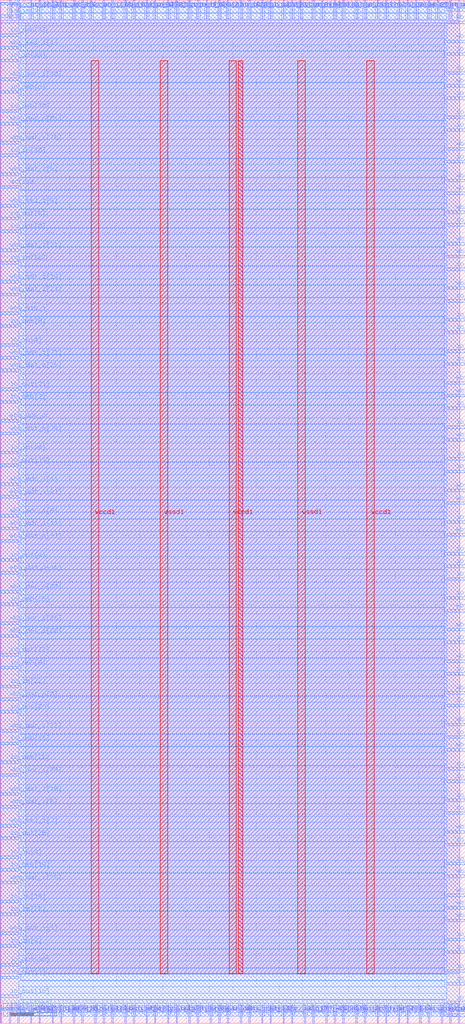
<source format=lef>
VERSION 5.7 ;
  NOWIREEXTENSIONATPIN ON ;
  DIVIDERCHAR "/" ;
  BUSBITCHARS "[]" ;
MACRO wrapped_wishbone_demo
  CLASS BLOCK ;
  FOREIGN wrapped_wishbone_demo ;
  ORIGIN 0.000 0.000 ;
  SIZE 100.000 BY 220.000 ;
  PIN active
    DIRECTION INPUT ;
    USE SIGNAL ;
    PORT
      LAYER met3 ;
        RECT 0.000 179.560 4.000 180.160 ;
    END
  END active
  PIN io_in[0]
    DIRECTION INPUT ;
    USE SIGNAL ;
    PORT
      LAYER met3 ;
        RECT 96.000 95.240 100.000 95.840 ;
    END
  END io_in[0]
  PIN io_in[10]
    DIRECTION INPUT ;
    USE SIGNAL ;
    PORT
      LAYER met2 ;
        RECT 94.850 0.000 95.130 4.000 ;
    END
  END io_in[10]
  PIN io_in[11]
    DIRECTION INPUT ;
    USE SIGNAL ;
    PORT
      LAYER met2 ;
        RECT 98.530 0.000 98.810 4.000 ;
    END
  END io_in[11]
  PIN io_in[12]
    DIRECTION INPUT ;
    USE SIGNAL ;
    PORT
      LAYER met2 ;
        RECT 28.610 0.000 28.890 4.000 ;
    END
  END io_in[12]
  PIN io_in[13]
    DIRECTION INPUT ;
    USE SIGNAL ;
    PORT
      LAYER met3 ;
        RECT 96.000 68.040 100.000 68.640 ;
    END
  END io_in[13]
  PIN io_in[14]
    DIRECTION INPUT ;
    USE SIGNAL ;
    PORT
      LAYER met3 ;
        RECT 96.000 61.240 100.000 61.840 ;
    END
  END io_in[14]
  PIN io_in[15]
    DIRECTION INPUT ;
    USE SIGNAL ;
    PORT
      LAYER met2 ;
        RECT 47.010 0.000 47.290 4.000 ;
    END
  END io_in[15]
  PIN io_in[16]
    DIRECTION INPUT ;
    USE SIGNAL ;
    PORT
      LAYER met3 ;
        RECT 0.000 25.880 4.000 26.480 ;
    END
  END io_in[16]
  PIN io_in[17]
    DIRECTION INPUT ;
    USE SIGNAL ;
    PORT
      LAYER met3 ;
        RECT 96.000 131.960 100.000 132.560 ;
    END
  END io_in[17]
  PIN io_in[18]
    DIRECTION INPUT ;
    USE SIGNAL ;
    PORT
      LAYER met3 ;
        RECT 96.000 107.480 100.000 108.080 ;
    END
  END io_in[18]
  PIN io_in[19]
    DIRECTION INPUT ;
    USE SIGNAL ;
    PORT
      LAYER met3 ;
        RECT 96.000 4.120 100.000 4.720 ;
    END
  END io_in[19]
  PIN io_in[1]
    DIRECTION INPUT ;
    USE SIGNAL ;
    PORT
      LAYER met2 ;
        RECT 12.970 216.000 13.250 220.000 ;
    END
  END io_in[1]
  PIN io_in[20]
    DIRECTION INPUT ;
    USE SIGNAL ;
    PORT
      LAYER met3 ;
        RECT 96.000 44.920 100.000 45.520 ;
    END
  END io_in[20]
  PIN io_in[21]
    DIRECTION INPUT ;
    USE SIGNAL ;
    PORT
      LAYER met3 ;
        RECT 96.000 171.400 100.000 172.000 ;
    END
  END io_in[21]
  PIN io_in[22]
    DIRECTION INPUT ;
    USE SIGNAL ;
    PORT
      LAYER met3 ;
        RECT 0.000 206.760 4.000 207.360 ;
    END
  END io_in[22]
  PIN io_in[23]
    DIRECTION INPUT ;
    USE SIGNAL ;
    PORT
      LAYER met2 ;
        RECT 81.050 216.000 81.330 220.000 ;
    END
  END io_in[23]
  PIN io_in[24]
    DIRECTION INPUT ;
    USE SIGNAL ;
    PORT
      LAYER met3 ;
        RECT 0.000 122.440 4.000 123.040 ;
    END
  END io_in[24]
  PIN io_in[25]
    DIRECTION INPUT ;
    USE SIGNAL ;
    PORT
      LAYER met2 ;
        RECT 89.330 216.000 89.610 220.000 ;
    END
  END io_in[25]
  PIN io_in[26]
    DIRECTION INPUT ;
    USE SIGNAL ;
    PORT
      LAYER met2 ;
        RECT 33.210 216.000 33.490 220.000 ;
    END
  END io_in[26]
  PIN io_in[27]
    DIRECTION INPUT ;
    USE SIGNAL ;
    PORT
      LAYER met2 ;
        RECT 96.690 0.000 96.970 4.000 ;
    END
  END io_in[27]
  PIN io_in[28]
    DIRECTION INPUT ;
    USE SIGNAL ;
    PORT
      LAYER met3 ;
        RECT 0.000 23.160 4.000 23.760 ;
    END
  END io_in[28]
  PIN io_in[29]
    DIRECTION INPUT ;
    USE SIGNAL ;
    PORT
      LAYER met2 ;
        RECT 82.890 0.000 83.170 4.000 ;
    END
  END io_in[29]
  PIN io_in[2]
    DIRECTION INPUT ;
    USE SIGNAL ;
    PORT
      LAYER met3 ;
        RECT 0.000 216.280 4.000 216.880 ;
    END
  END io_in[2]
  PIN io_in[30]
    DIRECTION INPUT ;
    USE SIGNAL ;
    PORT
      LAYER met3 ;
        RECT 0.000 186.360 4.000 186.960 ;
    END
  END io_in[30]
  PIN io_in[31]
    DIRECTION INPUT ;
    USE SIGNAL ;
    PORT
      LAYER met2 ;
        RECT 6.530 216.000 6.810 220.000 ;
    END
  END io_in[31]
  PIN io_in[32]
    DIRECTION INPUT ;
    USE SIGNAL ;
    PORT
      LAYER met3 ;
        RECT 0.000 72.120 4.000 72.720 ;
    END
  END io_in[32]
  PIN io_in[33]
    DIRECTION INPUT ;
    USE SIGNAL ;
    PORT
      LAYER met3 ;
        RECT 96.000 47.640 100.000 48.240 ;
    END
  END io_in[33]
  PIN io_in[34]
    DIRECTION INPUT ;
    USE SIGNAL ;
    PORT
      LAYER met2 ;
        RECT 67.250 0.000 67.530 4.000 ;
    END
  END io_in[34]
  PIN io_in[35]
    DIRECTION INPUT ;
    USE SIGNAL ;
    PORT
      LAYER met3 ;
        RECT 96.000 100.680 100.000 101.280 ;
    END
  END io_in[35]
  PIN io_in[36]
    DIRECTION INPUT ;
    USE SIGNAL ;
    PORT
      LAYER met3 ;
        RECT 0.000 163.240 4.000 163.840 ;
    END
  END io_in[36]
  PIN io_in[37]
    DIRECTION INPUT ;
    USE SIGNAL ;
    PORT
      LAYER met3 ;
        RECT 96.000 161.880 100.000 162.480 ;
    END
  END io_in[37]
  PIN io_in[3]
    DIRECTION INPUT ;
    USE SIGNAL ;
    PORT
      LAYER met3 ;
        RECT 96.000 10.920 100.000 11.520 ;
    END
  END io_in[3]
  PIN io_in[4]
    DIRECTION INPUT ;
    USE SIGNAL ;
    PORT
      LAYER met3 ;
        RECT 0.000 145.560 4.000 146.160 ;
    END
  END io_in[4]
  PIN io_in[5]
    DIRECTION INPUT ;
    USE SIGNAL ;
    PORT
      LAYER met2 ;
        RECT 42.410 0.000 42.690 4.000 ;
    END
  END io_in[5]
  PIN io_in[6]
    DIRECTION INPUT ;
    USE SIGNAL ;
    PORT
      LAYER met2 ;
        RECT 56.210 0.000 56.490 4.000 ;
    END
  END io_in[6]
  PIN io_in[7]
    DIRECTION INPUT ;
    USE SIGNAL ;
    PORT
      LAYER met3 ;
        RECT 96.000 8.200 100.000 8.800 ;
    END
  END io_in[7]
  PIN io_in[8]
    DIRECTION INPUT ;
    USE SIGNAL ;
    PORT
      LAYER met3 ;
        RECT 0.000 35.400 4.000 36.000 ;
    END
  END io_in[8]
  PIN io_in[9]
    DIRECTION INPUT ;
    USE SIGNAL ;
    PORT
      LAYER met3 ;
        RECT 0.000 16.360 4.000 16.960 ;
    END
  END io_in[9]
  PIN io_oeb[0]
    DIRECTION OUTPUT TRISTATE ;
    USE SIGNAL ;
    PORT
      LAYER met2 ;
        RECT 85.650 0.000 85.930 4.000 ;
    END
  END io_oeb[0]
  PIN io_oeb[10]
    DIRECTION OUTPUT TRISTATE ;
    USE SIGNAL ;
    PORT
      LAYER met2 ;
        RECT 64.490 216.000 64.770 220.000 ;
    END
  END io_oeb[10]
  PIN io_oeb[11]
    DIRECTION OUTPUT TRISTATE ;
    USE SIGNAL ;
    PORT
      LAYER met3 ;
        RECT 96.000 17.720 100.000 18.320 ;
    END
  END io_oeb[11]
  PIN io_oeb[12]
    DIRECTION OUTPUT TRISTATE ;
    USE SIGNAL ;
    PORT
      LAYER met2 ;
        RECT 69.090 216.000 69.370 220.000 ;
    END
  END io_oeb[12]
  PIN io_oeb[13]
    DIRECTION OUTPUT TRISTATE ;
    USE SIGNAL ;
    PORT
      LAYER met3 ;
        RECT 96.000 148.280 100.000 148.880 ;
    END
  END io_oeb[13]
  PIN io_oeb[14]
    DIRECTION OUTPUT TRISTATE ;
    USE SIGNAL ;
    PORT
      LAYER met3 ;
        RECT 96.000 185.000 100.000 185.600 ;
    END
  END io_oeb[14]
  PIN io_oeb[15]
    DIRECTION OUTPUT TRISTATE ;
    USE SIGNAL ;
    PORT
      LAYER met3 ;
        RECT 96.000 144.200 100.000 144.800 ;
    END
  END io_oeb[15]
  PIN io_oeb[16]
    DIRECTION OUTPUT TRISTATE ;
    USE SIGNAL ;
    PORT
      LAYER met3 ;
        RECT 0.000 59.880 4.000 60.480 ;
    END
  END io_oeb[16]
  PIN io_oeb[17]
    DIRECTION OUTPUT TRISTATE ;
    USE SIGNAL ;
    PORT
      LAYER met2 ;
        RECT 62.650 0.000 62.930 4.000 ;
    END
  END io_oeb[17]
  PIN io_oeb[18]
    DIRECTION OUTPUT TRISTATE ;
    USE SIGNAL ;
    PORT
      LAYER met2 ;
        RECT 87.490 216.000 87.770 220.000 ;
    END
  END io_oeb[18]
  PIN io_oeb[19]
    DIRECTION OUTPUT TRISTATE ;
    USE SIGNAL ;
    PORT
      LAYER met3 ;
        RECT 0.000 32.680 4.000 33.280 ;
    END
  END io_oeb[19]
  PIN io_oeb[1]
    DIRECTION OUTPUT TRISTATE ;
    USE SIGNAL ;
    PORT
      LAYER met3 ;
        RECT 96.000 51.720 100.000 52.320 ;
    END
  END io_oeb[1]
  PIN io_oeb[20]
    DIRECTION OUTPUT TRISTATE ;
    USE SIGNAL ;
    PORT
      LAYER met3 ;
        RECT 0.000 2.760 4.000 3.360 ;
    END
  END io_oeb[20]
  PIN io_oeb[21]
    DIRECTION OUTPUT TRISTATE ;
    USE SIGNAL ;
    PORT
      LAYER met2 ;
        RECT 35.970 0.000 36.250 4.000 ;
    END
  END io_oeb[21]
  PIN io_oeb[22]
    DIRECTION OUTPUT TRISTATE ;
    USE SIGNAL ;
    PORT
      LAYER met3 ;
        RECT 96.000 204.040 100.000 204.640 ;
    END
  END io_oeb[22]
  PIN io_oeb[23]
    DIRECTION OUTPUT TRISTATE ;
    USE SIGNAL ;
    PORT
      LAYER met2 ;
        RECT 76.450 216.000 76.730 220.000 ;
    END
  END io_oeb[23]
  PIN io_oeb[24]
    DIRECTION OUTPUT TRISTATE ;
    USE SIGNAL ;
    PORT
      LAYER met2 ;
        RECT 11.130 0.000 11.410 4.000 ;
    END
  END io_oeb[24]
  PIN io_oeb[25]
    DIRECTION OUTPUT TRISTATE ;
    USE SIGNAL ;
    PORT
      LAYER met2 ;
        RECT 40.570 0.000 40.850 4.000 ;
    END
  END io_oeb[25]
  PIN io_oeb[26]
    DIRECTION OUTPUT TRISTATE ;
    USE SIGNAL ;
    PORT
      LAYER met3 ;
        RECT 96.000 141.480 100.000 142.080 ;
    END
  END io_oeb[26]
  PIN io_oeb[27]
    DIRECTION OUTPUT TRISTATE ;
    USE SIGNAL ;
    PORT
      LAYER met2 ;
        RECT 81.050 0.000 81.330 4.000 ;
    END
  END io_oeb[27]
  PIN io_oeb[28]
    DIRECTION OUTPUT TRISTATE ;
    USE SIGNAL ;
    PORT
      LAYER met3 ;
        RECT 0.000 55.800 4.000 56.400 ;
    END
  END io_oeb[28]
  PIN io_oeb[29]
    DIRECTION OUTPUT TRISTATE ;
    USE SIGNAL ;
    PORT
      LAYER met2 ;
        RECT 31.370 216.000 31.650 220.000 ;
    END
  END io_oeb[29]
  PIN io_oeb[2]
    DIRECTION OUTPUT TRISTATE ;
    USE SIGNAL ;
    PORT
      LAYER met3 ;
        RECT 0.000 133.320 4.000 133.920 ;
    END
  END io_oeb[2]
  PIN io_oeb[30]
    DIRECTION OUTPUT TRISTATE ;
    USE SIGNAL ;
    PORT
      LAYER met3 ;
        RECT 0.000 195.880 4.000 196.480 ;
    END
  END io_oeb[30]
  PIN io_oeb[31]
    DIRECTION OUTPUT TRISTATE ;
    USE SIGNAL ;
    PORT
      LAYER met2 ;
        RECT 96.690 216.000 96.970 220.000 ;
    END
  END io_oeb[31]
  PIN io_oeb[32]
    DIRECTION OUTPUT TRISTATE ;
    USE SIGNAL ;
    PORT
      LAYER met2 ;
        RECT 44.250 216.000 44.530 220.000 ;
    END
  END io_oeb[32]
  PIN io_oeb[33]
    DIRECTION OUTPUT TRISTATE ;
    USE SIGNAL ;
    PORT
      LAYER met3 ;
        RECT 96.000 194.520 100.000 195.120 ;
    END
  END io_oeb[33]
  PIN io_oeb[34]
    DIRECTION OUTPUT TRISTATE ;
    USE SIGNAL ;
    PORT
      LAYER met3 ;
        RECT 96.000 198.600 100.000 199.200 ;
    END
  END io_oeb[34]
  PIN io_oeb[35]
    DIRECTION OUTPUT TRISTATE ;
    USE SIGNAL ;
    PORT
      LAYER met3 ;
        RECT 0.000 89.800 4.000 90.400 ;
    END
  END io_oeb[35]
  PIN io_oeb[36]
    DIRECTION OUTPUT TRISTATE ;
    USE SIGNAL ;
    PORT
      LAYER met2 ;
        RECT 78.290 216.000 78.570 220.000 ;
    END
  END io_oeb[36]
  PIN io_oeb[37]
    DIRECTION OUTPUT TRISTATE ;
    USE SIGNAL ;
    PORT
      LAYER met3 ;
        RECT 96.000 155.080 100.000 155.680 ;
    END
  END io_oeb[37]
  PIN io_oeb[3]
    DIRECTION OUTPUT TRISTATE ;
    USE SIGNAL ;
    PORT
      LAYER met3 ;
        RECT 0.000 212.200 4.000 212.800 ;
    END
  END io_oeb[3]
  PIN io_oeb[4]
    DIRECTION OUTPUT TRISTATE ;
    USE SIGNAL ;
    PORT
      LAYER met3 ;
        RECT 96.000 91.160 100.000 91.760 ;
    END
  END io_oeb[4]
  PIN io_oeb[5]
    DIRECTION OUTPUT TRISTATE ;
    USE SIGNAL ;
    PORT
      LAYER met3 ;
        RECT 0.000 149.640 4.000 150.240 ;
    END
  END io_oeb[5]
  PIN io_oeb[6]
    DIRECTION OUTPUT TRISTATE ;
    USE SIGNAL ;
    PORT
      LAYER met3 ;
        RECT 0.000 199.960 4.000 200.560 ;
    END
  END io_oeb[6]
  PIN io_oeb[7]
    DIRECTION OUTPUT TRISTATE ;
    USE SIGNAL ;
    PORT
      LAYER met3 ;
        RECT 96.000 208.120 100.000 208.720 ;
    END
  END io_oeb[7]
  PIN io_oeb[8]
    DIRECTION OUTPUT TRISTATE ;
    USE SIGNAL ;
    PORT
      LAYER met3 ;
        RECT 96.000 127.880 100.000 128.480 ;
    END
  END io_oeb[8]
  PIN io_oeb[9]
    DIRECTION OUTPUT TRISTATE ;
    USE SIGNAL ;
    PORT
      LAYER met3 ;
        RECT 0.000 76.200 4.000 76.800 ;
    END
  END io_oeb[9]
  PIN io_out[0]
    DIRECTION OUTPUT TRISTATE ;
    USE SIGNAL ;
    PORT
      LAYER met3 ;
        RECT 0.000 170.040 4.000 170.640 ;
    END
  END io_out[0]
  PIN io_out[10]
    DIRECTION OUTPUT TRISTATE ;
    USE SIGNAL ;
    PORT
      LAYER met3 ;
        RECT 0.000 5.480 4.000 6.080 ;
    END
  END io_out[10]
  PIN io_out[11]
    DIRECTION OUTPUT TRISTATE ;
    USE SIGNAL ;
    PORT
      LAYER met2 ;
        RECT 70.010 0.000 70.290 4.000 ;
    END
  END io_out[11]
  PIN io_out[12]
    DIRECTION OUTPUT TRISTATE ;
    USE SIGNAL ;
    PORT
      LAYER met3 ;
        RECT 0.000 78.920 4.000 79.520 ;
    END
  END io_out[12]
  PIN io_out[13]
    DIRECTION OUTPUT TRISTATE ;
    USE SIGNAL ;
    PORT
      LAYER met2 ;
        RECT 51.610 216.000 51.890 220.000 ;
    END
  END io_out[13]
  PIN io_out[14]
    DIRECTION OUTPUT TRISTATE ;
    USE SIGNAL ;
    PORT
      LAYER met2 ;
        RECT 98.530 216.000 98.810 220.000 ;
    END
  END io_out[14]
  PIN io_out[15]
    DIRECTION OUTPUT TRISTATE ;
    USE SIGNAL ;
    PORT
      LAYER met3 ;
        RECT 0.000 119.720 4.000 120.320 ;
    END
  END io_out[15]
  PIN io_out[16]
    DIRECTION OUTPUT TRISTATE ;
    USE SIGNAL ;
    PORT
      LAYER met2 ;
        RECT 12.970 0.000 13.250 4.000 ;
    END
  END io_out[16]
  PIN io_out[17]
    DIRECTION OUTPUT TRISTATE ;
    USE SIGNAL ;
    PORT
      LAYER met2 ;
        RECT 19.410 216.000 19.690 220.000 ;
    END
  END io_out[17]
  PIN io_out[18]
    DIRECTION OUTPUT TRISTATE ;
    USE SIGNAL ;
    PORT
      LAYER met3 ;
        RECT 96.000 81.640 100.000 82.240 ;
    END
  END io_out[18]
  PIN io_out[19]
    DIRECTION OUTPUT TRISTATE ;
    USE SIGNAL ;
    PORT
      LAYER met2 ;
        RECT 82.890 216.000 83.170 220.000 ;
    END
  END io_out[19]
  PIN io_out[1]
    DIRECTION OUTPUT TRISTATE ;
    USE SIGNAL ;
    PORT
      LAYER met3 ;
        RECT 0.000 9.560 4.000 10.160 ;
    END
  END io_out[1]
  PIN io_out[20]
    DIRECTION OUTPUT TRISTATE ;
    USE SIGNAL ;
    PORT
      LAYER met3 ;
        RECT 0.000 66.680 4.000 67.280 ;
    END
  END io_out[20]
  PIN io_out[21]
    DIRECTION OUTPUT TRISTATE ;
    USE SIGNAL ;
    PORT
      LAYER met3 ;
        RECT 96.000 15.000 100.000 15.600 ;
    END
  END io_out[21]
  PIN io_out[22]
    DIRECTION OUTPUT TRISTATE ;
    USE SIGNAL ;
    PORT
      LAYER met2 ;
        RECT 93.930 216.000 94.210 220.000 ;
    END
  END io_out[22]
  PIN io_out[23]
    DIRECTION OUTPUT TRISTATE ;
    USE SIGNAL ;
    PORT
      LAYER met2 ;
        RECT 58.050 216.000 58.330 220.000 ;
    END
  END io_out[23]
  PIN io_out[24]
    DIRECTION OUTPUT TRISTATE ;
    USE SIGNAL ;
    PORT
      LAYER met3 ;
        RECT 96.000 151.000 100.000 151.600 ;
    END
  END io_out[24]
  PIN io_out[25]
    DIRECTION OUTPUT TRISTATE ;
    USE SIGNAL ;
    PORT
      LAYER met3 ;
        RECT 0.000 136.040 4.000 136.640 ;
    END
  END io_out[25]
  PIN io_out[26]
    DIRECTION OUTPUT TRISTATE ;
    USE SIGNAL ;
    PORT
      LAYER met3 ;
        RECT 96.000 38.120 100.000 38.720 ;
    END
  END io_out[26]
  PIN io_out[27]
    DIRECTION OUTPUT TRISTATE ;
    USE SIGNAL ;
    PORT
      LAYER met3 ;
        RECT 96.000 118.360 100.000 118.960 ;
    END
  END io_out[27]
  PIN io_out[28]
    DIRECTION OUTPUT TRISTATE ;
    USE SIGNAL ;
    PORT
      LAYER met2 ;
        RECT 48.850 216.000 49.130 220.000 ;
    END
  END io_out[28]
  PIN io_out[29]
    DIRECTION OUTPUT TRISTATE ;
    USE SIGNAL ;
    PORT
      LAYER met2 ;
        RECT 67.250 216.000 67.530 220.000 ;
    END
  END io_out[29]
  PIN io_out[2]
    DIRECTION OUTPUT TRISTATE ;
    USE SIGNAL ;
    PORT
      LAYER met3 ;
        RECT 96.000 97.960 100.000 98.560 ;
    END
  END io_out[2]
  PIN io_out[30]
    DIRECTION OUTPUT TRISTATE ;
    USE SIGNAL ;
    PORT
      LAYER met3 ;
        RECT 0.000 12.280 4.000 12.880 ;
    END
  END io_out[30]
  PIN io_out[31]
    DIRECTION OUTPUT TRISTATE ;
    USE SIGNAL ;
    PORT
      LAYER met2 ;
        RECT 56.210 216.000 56.490 220.000 ;
    END
  END io_out[31]
  PIN io_out[32]
    DIRECTION OUTPUT TRISTATE ;
    USE SIGNAL ;
    PORT
      LAYER met2 ;
        RECT 3.770 216.000 4.050 220.000 ;
    END
  END io_out[32]
  PIN io_out[33]
    DIRECTION OUTPUT TRISTATE ;
    USE SIGNAL ;
    PORT
      LAYER met2 ;
        RECT 24.010 216.000 24.290 220.000 ;
    END
  END io_out[33]
  PIN io_out[34]
    DIRECTION OUTPUT TRISTATE ;
    USE SIGNAL ;
    PORT
      LAYER met2 ;
        RECT 42.410 216.000 42.690 220.000 ;
    END
  END io_out[34]
  PIN io_out[35]
    DIRECTION OUTPUT TRISTATE ;
    USE SIGNAL ;
    PORT
      LAYER met3 ;
        RECT 96.000 34.040 100.000 34.640 ;
    END
  END io_out[35]
  PIN io_out[36]
    DIRECTION OUTPUT TRISTATE ;
    USE SIGNAL ;
    PORT
      LAYER met3 ;
        RECT 0.000 39.480 4.000 40.080 ;
    END
  END io_out[36]
  PIN io_out[37]
    DIRECTION OUTPUT TRISTATE ;
    USE SIGNAL ;
    PORT
      LAYER met3 ;
        RECT 96.000 54.440 100.000 55.040 ;
    END
  END io_out[37]
  PIN io_out[3]
    DIRECTION OUTPUT TRISTATE ;
    USE SIGNAL ;
    PORT
      LAYER met2 ;
        RECT 20.330 0.000 20.610 4.000 ;
    END
  END io_out[3]
  PIN io_out[4]
    DIRECTION OUTPUT TRISTATE ;
    USE SIGNAL ;
    PORT
      LAYER met3 ;
        RECT 0.000 99.320 4.000 99.920 ;
    END
  END io_out[4]
  PIN io_out[5]
    DIRECTION OUTPUT TRISTATE ;
    USE SIGNAL ;
    PORT
      LAYER met2 ;
        RECT 40.570 216.000 40.850 220.000 ;
    END
  END io_out[5]
  PIN io_out[6]
    DIRECTION OUTPUT TRISTATE ;
    USE SIGNAL ;
    PORT
      LAYER met3 ;
        RECT 96.000 121.080 100.000 121.680 ;
    END
  END io_out[6]
  PIN io_out[7]
    DIRECTION OUTPUT TRISTATE ;
    USE SIGNAL ;
    PORT
      LAYER met3 ;
        RECT 96.000 74.840 100.000 75.440 ;
    END
  END io_out[7]
  PIN io_out[8]
    DIRECTION OUTPUT TRISTATE ;
    USE SIGNAL ;
    PORT
      LAYER met3 ;
        RECT 0.000 172.760 4.000 173.360 ;
    END
  END io_out[8]
  PIN io_out[9]
    DIRECTION OUTPUT TRISTATE ;
    USE SIGNAL ;
    PORT
      LAYER met3 ;
        RECT 96.000 191.800 100.000 192.400 ;
    END
  END io_out[9]
  PIN vccd1
    DIRECTION INPUT ;
    USE POWER ;
    PORT
      LAYER met4 ;
        RECT 19.545 10.640 21.145 206.960 ;
    END
    PORT
      LAYER met4 ;
        RECT 49.195 10.640 50.795 206.960 ;
    END
    PORT
      LAYER met4 ;
        RECT 78.850 10.640 80.450 206.960 ;
    END
  END vccd1
  PIN vssd1
    DIRECTION INPUT ;
    USE GROUND ;
    PORT
      LAYER met4 ;
        RECT 34.370 10.640 35.970 206.960 ;
    END
    PORT
      LAYER met4 ;
        RECT 64.025 10.640 65.625 206.960 ;
    END
  END vssd1
  PIN wb_clk_i
    DIRECTION INPUT ;
    USE SIGNAL ;
    PORT
      LAYER met2 ;
        RECT 15.730 216.000 16.010 220.000 ;
    END
  END wb_clk_i
  PIN wb_rst_i
    DIRECTION INPUT ;
    USE SIGNAL ;
    PORT
      LAYER met3 ;
        RECT 96.000 214.920 100.000 215.520 ;
    END
  END wb_rst_i
  PIN wbs_ack_o
    DIRECTION OUTPUT TRISTATE ;
    USE SIGNAL ;
    PORT
      LAYER met3 ;
        RECT 0.000 129.240 4.000 129.840 ;
    END
  END wbs_ack_o
  PIN wbs_adr_i[0]
    DIRECTION INPUT ;
    USE SIGNAL ;
    PORT
      LAYER met3 ;
        RECT 96.000 157.800 100.000 158.400 ;
    END
  END wbs_adr_i[0]
  PIN wbs_adr_i[10]
    DIRECTION INPUT ;
    USE SIGNAL ;
    PORT
      LAYER met3 ;
        RECT 96.000 187.720 100.000 188.320 ;
    END
  END wbs_adr_i[10]
  PIN wbs_adr_i[11]
    DIRECTION INPUT ;
    USE SIGNAL ;
    PORT
      LAYER met3 ;
        RECT 0.000 106.120 4.000 106.720 ;
    END
  END wbs_adr_i[11]
  PIN wbs_adr_i[12]
    DIRECTION INPUT ;
    USE SIGNAL ;
    PORT
      LAYER met2 ;
        RECT 6.530 0.000 6.810 4.000 ;
    END
  END wbs_adr_i[12]
  PIN wbs_adr_i[13]
    DIRECTION INPUT ;
    USE SIGNAL ;
    PORT
      LAYER met2 ;
        RECT 48.850 0.000 49.130 4.000 ;
    END
  END wbs_adr_i[13]
  PIN wbs_adr_i[14]
    DIRECTION INPUT ;
    USE SIGNAL ;
    PORT
      LAYER met3 ;
        RECT 96.000 84.360 100.000 84.960 ;
    END
  END wbs_adr_i[14]
  PIN wbs_adr_i[15]
    DIRECTION INPUT ;
    USE SIGNAL ;
    PORT
      LAYER met2 ;
        RECT 37.810 216.000 38.090 220.000 ;
    END
  END wbs_adr_i[15]
  PIN wbs_adr_i[16]
    DIRECTION INPUT ;
    USE SIGNAL ;
    PORT
      LAYER met2 ;
        RECT 58.050 0.000 58.330 4.000 ;
    END
  END wbs_adr_i[16]
  PIN wbs_adr_i[17]
    DIRECTION INPUT ;
    USE SIGNAL ;
    PORT
      LAYER met3 ;
        RECT 96.000 70.760 100.000 71.360 ;
    END
  END wbs_adr_i[17]
  PIN wbs_adr_i[18]
    DIRECTION INPUT ;
    USE SIGNAL ;
    PORT
      LAYER met3 ;
        RECT 96.000 31.320 100.000 31.920 ;
    END
  END wbs_adr_i[18]
  PIN wbs_adr_i[19]
    DIRECTION INPUT ;
    USE SIGNAL ;
    PORT
      LAYER met3 ;
        RECT 0.000 159.160 4.000 159.760 ;
    END
  END wbs_adr_i[19]
  PIN wbs_adr_i[1]
    DIRECTION INPUT ;
    USE SIGNAL ;
    PORT
      LAYER met3 ;
        RECT 0.000 115.640 4.000 116.240 ;
    END
  END wbs_adr_i[1]
  PIN wbs_adr_i[20]
    DIRECTION INPUT ;
    USE SIGNAL ;
    PORT
      LAYER met3 ;
        RECT 96.000 137.400 100.000 138.000 ;
    END
  END wbs_adr_i[20]
  PIN wbs_adr_i[21]
    DIRECTION INPUT ;
    USE SIGNAL ;
    PORT
      LAYER met3 ;
        RECT 0.000 142.840 4.000 143.440 ;
    END
  END wbs_adr_i[21]
  PIN wbs_adr_i[22]
    DIRECTION INPUT ;
    USE SIGNAL ;
    PORT
      LAYER met3 ;
        RECT 0.000 62.600 4.000 63.200 ;
    END
  END wbs_adr_i[22]
  PIN wbs_adr_i[23]
    DIRECTION INPUT ;
    USE SIGNAL ;
    PORT
      LAYER met3 ;
        RECT 96.000 24.520 100.000 25.120 ;
    END
  END wbs_adr_i[23]
  PIN wbs_adr_i[24]
    DIRECTION INPUT ;
    USE SIGNAL ;
    PORT
      LAYER met2 ;
        RECT 11.130 216.000 11.410 220.000 ;
    END
  END wbs_adr_i[24]
  PIN wbs_adr_i[25]
    DIRECTION INPUT ;
    USE SIGNAL ;
    PORT
      LAYER met2 ;
        RECT 51.610 0.000 51.890 4.000 ;
    END
  END wbs_adr_i[25]
  PIN wbs_adr_i[26]
    DIRECTION INPUT ;
    USE SIGNAL ;
    PORT
      LAYER met3 ;
        RECT 0.000 85.720 4.000 86.320 ;
    END
  END wbs_adr_i[26]
  PIN wbs_adr_i[27]
    DIRECTION INPUT ;
    USE SIGNAL ;
    PORT
      LAYER met3 ;
        RECT 0.000 112.920 4.000 113.520 ;
    END
  END wbs_adr_i[27]
  PIN wbs_adr_i[28]
    DIRECTION INPUT ;
    USE SIGNAL ;
    PORT
      LAYER met3 ;
        RECT 0.000 53.080 4.000 53.680 ;
    END
  END wbs_adr_i[28]
  PIN wbs_adr_i[29]
    DIRECTION INPUT ;
    USE SIGNAL ;
    PORT
      LAYER met2 ;
        RECT 8.370 216.000 8.650 220.000 ;
    END
  END wbs_adr_i[29]
  PIN wbs_adr_i[2]
    DIRECTION INPUT ;
    USE SIGNAL ;
    PORT
      LAYER met2 ;
        RECT 37.810 0.000 38.090 4.000 ;
    END
  END wbs_adr_i[2]
  PIN wbs_adr_i[30]
    DIRECTION INPUT ;
    USE SIGNAL ;
    PORT
      LAYER met3 ;
        RECT 0.000 202.680 4.000 203.280 ;
    END
  END wbs_adr_i[30]
  PIN wbs_adr_i[31]
    DIRECTION INPUT ;
    USE SIGNAL ;
    PORT
      LAYER met3 ;
        RECT 96.000 58.520 100.000 59.120 ;
    END
  END wbs_adr_i[31]
  PIN wbs_adr_i[3]
    DIRECTION INPUT ;
    USE SIGNAL ;
    PORT
      LAYER met2 ;
        RECT 76.450 0.000 76.730 4.000 ;
    END
  END wbs_adr_i[3]
  PIN wbs_adr_i[4]
    DIRECTION INPUT ;
    USE SIGNAL ;
    PORT
      LAYER met3 ;
        RECT 96.000 180.920 100.000 181.520 ;
    END
  END wbs_adr_i[4]
  PIN wbs_adr_i[5]
    DIRECTION INPUT ;
    USE SIGNAL ;
    PORT
      LAYER met3 ;
        RECT 0.000 19.080 4.000 19.680 ;
    END
  END wbs_adr_i[5]
  PIN wbs_adr_i[6]
    DIRECTION INPUT ;
    USE SIGNAL ;
    PORT
      LAYER met2 ;
        RECT 31.370 0.000 31.650 4.000 ;
    END
  END wbs_adr_i[6]
  PIN wbs_adr_i[7]
    DIRECTION INPUT ;
    USE SIGNAL ;
    PORT
      LAYER met3 ;
        RECT 0.000 219.000 4.000 219.600 ;
    END
  END wbs_adr_i[7]
  PIN wbs_adr_i[8]
    DIRECTION INPUT ;
    USE SIGNAL ;
    PORT
      LAYER met3 ;
        RECT 96.000 1.400 100.000 2.000 ;
    END
  END wbs_adr_i[8]
  PIN wbs_adr_i[9]
    DIRECTION INPUT ;
    USE SIGNAL ;
    PORT
      LAYER met3 ;
        RECT 0.000 108.840 4.000 109.440 ;
    END
  END wbs_adr_i[9]
  PIN wbs_cyc_i
    DIRECTION INPUT ;
    USE SIGNAL ;
    PORT
      LAYER met2 ;
        RECT 73.690 216.000 73.970 220.000 ;
    END
  END wbs_cyc_i
  PIN wbs_dat_i[0]
    DIRECTION INPUT ;
    USE SIGNAL ;
    PORT
      LAYER met3 ;
        RECT 0.000 182.280 4.000 182.880 ;
    END
  END wbs_dat_i[0]
  PIN wbs_dat_i[10]
    DIRECTION INPUT ;
    USE SIGNAL ;
    PORT
      LAYER met2 ;
        RECT 1.930 216.000 2.210 220.000 ;
    END
  END wbs_dat_i[10]
  PIN wbs_dat_i[11]
    DIRECTION INPUT ;
    USE SIGNAL ;
    PORT
      LAYER met2 ;
        RECT 22.170 216.000 22.450 220.000 ;
    END
  END wbs_dat_i[11]
  PIN wbs_dat_i[12]
    DIRECTION INPUT ;
    USE SIGNAL ;
    PORT
      LAYER met2 ;
        RECT 17.570 216.000 17.850 220.000 ;
    END
  END wbs_dat_i[12]
  PIN wbs_dat_i[13]
    DIRECTION INPUT ;
    USE SIGNAL ;
    PORT
      LAYER met2 ;
        RECT 3.770 0.000 4.050 4.000 ;
    END
  END wbs_dat_i[13]
  PIN wbs_dat_i[14]
    DIRECTION INPUT ;
    USE SIGNAL ;
    PORT
      LAYER met2 ;
        RECT 22.170 0.000 22.450 4.000 ;
    END
  END wbs_dat_i[14]
  PIN wbs_dat_i[15]
    DIRECTION INPUT ;
    USE SIGNAL ;
    PORT
      LAYER met3 ;
        RECT 0.000 49.000 4.000 49.600 ;
    END
  END wbs_dat_i[15]
  PIN wbs_dat_i[16]
    DIRECTION INPUT ;
    USE SIGNAL ;
    PORT
      LAYER met2 ;
        RECT 60.810 0.000 61.090 4.000 ;
    END
  END wbs_dat_i[16]
  PIN wbs_dat_i[17]
    DIRECTION INPUT ;
    USE SIGNAL ;
    PORT
      LAYER met3 ;
        RECT 96.000 210.840 100.000 211.440 ;
    END
  END wbs_dat_i[17]
  PIN wbs_dat_i[18]
    DIRECTION INPUT ;
    USE SIGNAL ;
    PORT
      LAYER met3 ;
        RECT 0.000 189.080 4.000 189.680 ;
    END
  END wbs_dat_i[18]
  PIN wbs_dat_i[19]
    DIRECTION INPUT ;
    USE SIGNAL ;
    PORT
      LAYER met2 ;
        RECT 35.970 216.000 36.250 220.000 ;
    END
  END wbs_dat_i[19]
  PIN wbs_dat_i[1]
    DIRECTION INPUT ;
    USE SIGNAL ;
    PORT
      LAYER met2 ;
        RECT 15.730 0.000 16.010 4.000 ;
    END
  END wbs_dat_i[1]
  PIN wbs_dat_i[20]
    DIRECTION INPUT ;
    USE SIGNAL ;
    PORT
      LAYER met3 ;
        RECT 96.000 104.760 100.000 105.360 ;
    END
  END wbs_dat_i[20]
  PIN wbs_dat_i[21]
    DIRECTION INPUT ;
    USE SIGNAL ;
    PORT
      LAYER met3 ;
        RECT 96.000 174.120 100.000 174.720 ;
    END
  END wbs_dat_i[21]
  PIN wbs_dat_i[22]
    DIRECTION INPUT ;
    USE SIGNAL ;
    PORT
      LAYER met3 ;
        RECT 0.000 83.000 4.000 83.600 ;
    END
  END wbs_dat_i[22]
  PIN wbs_dat_i[23]
    DIRECTION INPUT ;
    USE SIGNAL ;
    PORT
      LAYER met3 ;
        RECT 96.000 134.680 100.000 135.280 ;
    END
  END wbs_dat_i[23]
  PIN wbs_dat_i[24]
    DIRECTION INPUT ;
    USE SIGNAL ;
    PORT
      LAYER met3 ;
        RECT 0.000 156.440 4.000 157.040 ;
    END
  END wbs_dat_i[24]
  PIN wbs_dat_i[25]
    DIRECTION INPUT ;
    USE SIGNAL ;
    PORT
      LAYER met3 ;
        RECT 0.000 29.960 4.000 30.560 ;
    END
  END wbs_dat_i[25]
  PIN wbs_dat_i[26]
    DIRECTION INPUT ;
    USE SIGNAL ;
    PORT
      LAYER met3 ;
        RECT 96.000 201.320 100.000 201.920 ;
    END
  END wbs_dat_i[26]
  PIN wbs_dat_i[27]
    DIRECTION INPUT ;
    USE SIGNAL ;
    PORT
      LAYER met2 ;
        RECT 47.010 216.000 47.290 220.000 ;
    END
  END wbs_dat_i[27]
  PIN wbs_dat_i[28]
    DIRECTION INPUT ;
    USE SIGNAL ;
    PORT
      LAYER met2 ;
        RECT 33.210 0.000 33.490 4.000 ;
    END
  END wbs_dat_i[28]
  PIN wbs_dat_i[29]
    DIRECTION INPUT ;
    USE SIGNAL ;
    PORT
      LAYER met3 ;
        RECT 96.000 111.560 100.000 112.160 ;
    END
  END wbs_dat_i[29]
  PIN wbs_dat_i[2]
    DIRECTION INPUT ;
    USE SIGNAL ;
    PORT
      LAYER met2 ;
        RECT 90.250 0.000 90.530 4.000 ;
    END
  END wbs_dat_i[2]
  PIN wbs_dat_i[30]
    DIRECTION INPUT ;
    USE SIGNAL ;
    PORT
      LAYER met3 ;
        RECT 96.000 63.960 100.000 64.560 ;
    END
  END wbs_dat_i[30]
  PIN wbs_dat_i[31]
    DIRECTION INPUT ;
    USE SIGNAL ;
    PORT
      LAYER met3 ;
        RECT 0.000 165.960 4.000 166.560 ;
    END
  END wbs_dat_i[31]
  PIN wbs_dat_i[3]
    DIRECTION INPUT ;
    USE SIGNAL ;
    PORT
      LAYER met3 ;
        RECT 96.000 21.800 100.000 22.400 ;
    END
  END wbs_dat_i[3]
  PIN wbs_dat_i[4]
    DIRECTION INPUT ;
    USE SIGNAL ;
    PORT
      LAYER met2 ;
        RECT 17.570 0.000 17.850 4.000 ;
    END
  END wbs_dat_i[4]
  PIN wbs_dat_i[5]
    DIRECTION INPUT ;
    USE SIGNAL ;
    PORT
      LAYER met2 ;
        RECT 53.450 0.000 53.730 4.000 ;
    END
  END wbs_dat_i[5]
  PIN wbs_dat_i[6]
    DIRECTION INPUT ;
    USE SIGNAL ;
    PORT
      LAYER met3 ;
        RECT 96.000 88.440 100.000 89.040 ;
    END
  END wbs_dat_i[6]
  PIN wbs_dat_i[7]
    DIRECTION INPUT ;
    USE SIGNAL ;
    PORT
      LAYER met3 ;
        RECT 96.000 217.640 100.000 218.240 ;
    END
  END wbs_dat_i[7]
  PIN wbs_dat_i[8]
    DIRECTION INPUT ;
    USE SIGNAL ;
    PORT
      LAYER met3 ;
        RECT 0.000 46.280 4.000 46.880 ;
    END
  END wbs_dat_i[8]
  PIN wbs_dat_i[9]
    DIRECTION INPUT ;
    USE SIGNAL ;
    PORT
      LAYER met3 ;
        RECT 96.000 27.240 100.000 27.840 ;
    END
  END wbs_dat_i[9]
  PIN wbs_dat_o[0]
    DIRECTION OUTPUT TRISTATE ;
    USE SIGNAL ;
    PORT
      LAYER met3 ;
        RECT 0.000 69.400 4.000 70.000 ;
    END
  END wbs_dat_o[0]
  PIN wbs_dat_o[10]
    DIRECTION OUTPUT TRISTATE ;
    USE SIGNAL ;
    PORT
      LAYER met3 ;
        RECT 96.000 114.280 100.000 114.880 ;
    END
  END wbs_dat_o[10]
  PIN wbs_dat_o[11]
    DIRECTION OUTPUT TRISTATE ;
    USE SIGNAL ;
    PORT
      LAYER met2 ;
        RECT 1.930 0.000 2.210 4.000 ;
    END
  END wbs_dat_o[11]
  PIN wbs_dat_o[12]
    DIRECTION OUTPUT TRISTATE ;
    USE SIGNAL ;
    PORT
      LAYER met3 ;
        RECT 96.000 178.200 100.000 178.800 ;
    END
  END wbs_dat_o[12]
  PIN wbs_dat_o[13]
    DIRECTION OUTPUT TRISTATE ;
    USE SIGNAL ;
    PORT
      LAYER met2 ;
        RECT 92.090 216.000 92.370 220.000 ;
    END
  END wbs_dat_o[13]
  PIN wbs_dat_o[14]
    DIRECTION OUTPUT TRISTATE ;
    USE SIGNAL ;
    PORT
      LAYER met3 ;
        RECT 96.000 40.840 100.000 41.440 ;
    END
  END wbs_dat_o[14]
  PIN wbs_dat_o[15]
    DIRECTION OUTPUT TRISTATE ;
    USE SIGNAL ;
    PORT
      LAYER met2 ;
        RECT 85.650 216.000 85.930 220.000 ;
    END
  END wbs_dat_o[15]
  PIN wbs_dat_o[16]
    DIRECTION OUTPUT TRISTATE ;
    USE SIGNAL ;
    PORT
      LAYER met3 ;
        RECT 0.000 96.600 4.000 97.200 ;
    END
  END wbs_dat_o[16]
  PIN wbs_dat_o[17]
    DIRECTION OUTPUT TRISTATE ;
    USE SIGNAL ;
    PORT
      LAYER met3 ;
        RECT 0.000 103.400 4.000 104.000 ;
    END
  END wbs_dat_o[17]
  PIN wbs_dat_o[18]
    DIRECTION OUTPUT TRISTATE ;
    USE SIGNAL ;
    PORT
      LAYER met2 ;
        RECT 78.290 0.000 78.570 4.000 ;
    END
  END wbs_dat_o[18]
  PIN wbs_dat_o[19]
    DIRECTION OUTPUT TRISTATE ;
    USE SIGNAL ;
    PORT
      LAYER met2 ;
        RECT 0.090 0.000 0.370 4.000 ;
    END
  END wbs_dat_o[19]
  PIN wbs_dat_o[1]
    DIRECTION OUTPUT TRISTATE ;
    USE SIGNAL ;
    PORT
      LAYER met2 ;
        RECT 92.090 0.000 92.370 4.000 ;
    END
  END wbs_dat_o[1]
  PIN wbs_dat_o[20]
    DIRECTION OUTPUT TRISTATE ;
    USE SIGNAL ;
    PORT
      LAYER met3 ;
        RECT 0.000 126.520 4.000 127.120 ;
    END
  END wbs_dat_o[20]
  PIN wbs_dat_o[21]
    DIRECTION OUTPUT TRISTATE ;
    USE SIGNAL ;
    PORT
      LAYER met3 ;
        RECT 0.000 193.160 4.000 193.760 ;
    END
  END wbs_dat_o[21]
  PIN wbs_dat_o[22]
    DIRECTION OUTPUT TRISTATE ;
    USE SIGNAL ;
    PORT
      LAYER met2 ;
        RECT 28.610 216.000 28.890 220.000 ;
    END
  END wbs_dat_o[22]
  PIN wbs_dat_o[23]
    DIRECTION OUTPUT TRISTATE ;
    USE SIGNAL ;
    PORT
      LAYER met3 ;
        RECT 0.000 92.520 4.000 93.120 ;
    END
  END wbs_dat_o[23]
  PIN wbs_dat_o[24]
    DIRECTION OUTPUT TRISTATE ;
    USE SIGNAL ;
    PORT
      LAYER met2 ;
        RECT 24.010 0.000 24.290 4.000 ;
    END
  END wbs_dat_o[24]
  PIN wbs_dat_o[25]
    DIRECTION OUTPUT TRISTATE ;
    USE SIGNAL ;
    PORT
      LAYER met2 ;
        RECT 8.370 0.000 8.650 4.000 ;
    END
  END wbs_dat_o[25]
  PIN wbs_dat_o[26]
    DIRECTION OUTPUT TRISTATE ;
    USE SIGNAL ;
    PORT
      LAYER met2 ;
        RECT 53.450 216.000 53.730 220.000 ;
    END
  END wbs_dat_o[26]
  PIN wbs_dat_o[27]
    DIRECTION OUTPUT TRISTATE ;
    USE SIGNAL ;
    PORT
      LAYER met2 ;
        RECT 26.770 216.000 27.050 220.000 ;
    END
  END wbs_dat_o[27]
  PIN wbs_dat_o[28]
    DIRECTION OUTPUT TRISTATE ;
    USE SIGNAL ;
    PORT
      LAYER met2 ;
        RECT 65.410 0.000 65.690 4.000 ;
    END
  END wbs_dat_o[28]
  PIN wbs_dat_o[29]
    DIRECTION OUTPUT TRISTATE ;
    USE SIGNAL ;
    PORT
      LAYER met2 ;
        RECT 71.850 216.000 72.130 220.000 ;
    END
  END wbs_dat_o[29]
  PIN wbs_dat_o[2]
    DIRECTION OUTPUT TRISTATE ;
    USE SIGNAL ;
    PORT
      LAYER met3 ;
        RECT 96.000 77.560 100.000 78.160 ;
    END
  END wbs_dat_o[2]
  PIN wbs_dat_o[30]
    DIRECTION OUTPUT TRISTATE ;
    USE SIGNAL ;
    PORT
      LAYER met3 ;
        RECT 0.000 140.120 4.000 140.720 ;
    END
  END wbs_dat_o[30]
  PIN wbs_dat_o[31]
    DIRECTION OUTPUT TRISTATE ;
    USE SIGNAL ;
    PORT
      LAYER met3 ;
        RECT 96.000 167.320 100.000 167.920 ;
    END
  END wbs_dat_o[31]
  PIN wbs_dat_o[3]
    DIRECTION OUTPUT TRISTATE ;
    USE SIGNAL ;
    PORT
      LAYER met2 ;
        RECT 26.770 0.000 27.050 4.000 ;
    END
  END wbs_dat_o[3]
  PIN wbs_dat_o[4]
    DIRECTION OUTPUT TRISTATE ;
    USE SIGNAL ;
    PORT
      LAYER met2 ;
        RECT 45.170 0.000 45.450 4.000 ;
    END
  END wbs_dat_o[4]
  PIN wbs_dat_o[5]
    DIRECTION OUTPUT TRISTATE ;
    USE SIGNAL ;
    PORT
      LAYER met2 ;
        RECT 71.850 0.000 72.130 4.000 ;
    END
  END wbs_dat_o[5]
  PIN wbs_dat_o[6]
    DIRECTION OUTPUT TRISTATE ;
    USE SIGNAL ;
    PORT
      LAYER met3 ;
        RECT 96.000 164.600 100.000 165.200 ;
    END
  END wbs_dat_o[6]
  PIN wbs_dat_o[7]
    DIRECTION OUTPUT TRISTATE ;
    USE SIGNAL ;
    PORT
      LAYER met2 ;
        RECT 73.690 0.000 73.970 4.000 ;
    END
  END wbs_dat_o[7]
  PIN wbs_dat_o[8]
    DIRECTION OUTPUT TRISTATE ;
    USE SIGNAL ;
    PORT
      LAYER met2 ;
        RECT 62.650 216.000 62.930 220.000 ;
    END
  END wbs_dat_o[8]
  PIN wbs_dat_o[9]
    DIRECTION OUTPUT TRISTATE ;
    USE SIGNAL ;
    PORT
      LAYER met2 ;
        RECT 60.810 216.000 61.090 220.000 ;
    END
  END wbs_dat_o[9]
  PIN wbs_sel_i[0]
    DIRECTION INPUT ;
    USE SIGNAL ;
    PORT
      LAYER met3 ;
        RECT 0.000 175.480 4.000 176.080 ;
    END
  END wbs_sel_i[0]
  PIN wbs_sel_i[1]
    DIRECTION INPUT ;
    USE SIGNAL ;
    PORT
      LAYER met3 ;
        RECT 0.000 209.480 4.000 210.080 ;
    END
  END wbs_sel_i[1]
  PIN wbs_sel_i[2]
    DIRECTION INPUT ;
    USE SIGNAL ;
    PORT
      LAYER met2 ;
        RECT 87.490 0.000 87.770 4.000 ;
    END
  END wbs_sel_i[2]
  PIN wbs_sel_i[3]
    DIRECTION INPUT ;
    USE SIGNAL ;
    PORT
      LAYER met3 ;
        RECT 0.000 42.200 4.000 42.800 ;
    END
  END wbs_sel_i[3]
  PIN wbs_stb_i
    DIRECTION INPUT ;
    USE SIGNAL ;
    PORT
      LAYER met3 ;
        RECT 0.000 152.360 4.000 152.960 ;
    END
  END wbs_stb_i
  PIN wbs_we_i
    DIRECTION INPUT ;
    USE SIGNAL ;
    PORT
      LAYER met3 ;
        RECT 96.000 125.160 100.000 125.760 ;
    END
  END wbs_we_i
  OBS
      LAYER li1 ;
        RECT 5.520 10.795 95.535 215.135 ;
      LAYER met1 ;
        RECT 0.070 10.640 98.830 215.180 ;
      LAYER met2 ;
        RECT 0.100 215.720 1.650 219.485 ;
        RECT 2.490 215.720 3.490 219.485 ;
        RECT 4.330 215.720 6.250 219.485 ;
        RECT 7.090 215.720 8.090 219.485 ;
        RECT 8.930 215.720 10.850 219.485 ;
        RECT 11.690 215.720 12.690 219.485 ;
        RECT 13.530 215.720 15.450 219.485 ;
        RECT 16.290 215.720 17.290 219.485 ;
        RECT 18.130 215.720 19.130 219.485 ;
        RECT 19.970 215.720 21.890 219.485 ;
        RECT 22.730 215.720 23.730 219.485 ;
        RECT 24.570 215.720 26.490 219.485 ;
        RECT 27.330 215.720 28.330 219.485 ;
        RECT 29.170 215.720 31.090 219.485 ;
        RECT 31.930 215.720 32.930 219.485 ;
        RECT 33.770 215.720 35.690 219.485 ;
        RECT 36.530 215.720 37.530 219.485 ;
        RECT 38.370 215.720 40.290 219.485 ;
        RECT 41.130 215.720 42.130 219.485 ;
        RECT 42.970 215.720 43.970 219.485 ;
        RECT 44.810 215.720 46.730 219.485 ;
        RECT 47.570 215.720 48.570 219.485 ;
        RECT 49.410 215.720 51.330 219.485 ;
        RECT 52.170 215.720 53.170 219.485 ;
        RECT 54.010 215.720 55.930 219.485 ;
        RECT 56.770 215.720 57.770 219.485 ;
        RECT 58.610 215.720 60.530 219.485 ;
        RECT 61.370 215.720 62.370 219.485 ;
        RECT 63.210 215.720 64.210 219.485 ;
        RECT 65.050 215.720 66.970 219.485 ;
        RECT 67.810 215.720 68.810 219.485 ;
        RECT 69.650 215.720 71.570 219.485 ;
        RECT 72.410 215.720 73.410 219.485 ;
        RECT 74.250 215.720 76.170 219.485 ;
        RECT 77.010 215.720 78.010 219.485 ;
        RECT 78.850 215.720 80.770 219.485 ;
        RECT 81.610 215.720 82.610 219.485 ;
        RECT 83.450 215.720 85.370 219.485 ;
        RECT 86.210 215.720 87.210 219.485 ;
        RECT 88.050 215.720 89.050 219.485 ;
        RECT 89.890 215.720 91.810 219.485 ;
        RECT 92.650 215.720 93.650 219.485 ;
        RECT 94.490 215.720 96.410 219.485 ;
        RECT 97.250 215.720 98.250 219.485 ;
        RECT 0.100 4.280 98.800 215.720 ;
        RECT 0.650 1.515 1.650 4.280 ;
        RECT 2.490 1.515 3.490 4.280 ;
        RECT 4.330 1.515 6.250 4.280 ;
        RECT 7.090 1.515 8.090 4.280 ;
        RECT 8.930 1.515 10.850 4.280 ;
        RECT 11.690 1.515 12.690 4.280 ;
        RECT 13.530 1.515 15.450 4.280 ;
        RECT 16.290 1.515 17.290 4.280 ;
        RECT 18.130 1.515 20.050 4.280 ;
        RECT 20.890 1.515 21.890 4.280 ;
        RECT 22.730 1.515 23.730 4.280 ;
        RECT 24.570 1.515 26.490 4.280 ;
        RECT 27.330 1.515 28.330 4.280 ;
        RECT 29.170 1.515 31.090 4.280 ;
        RECT 31.930 1.515 32.930 4.280 ;
        RECT 33.770 1.515 35.690 4.280 ;
        RECT 36.530 1.515 37.530 4.280 ;
        RECT 38.370 1.515 40.290 4.280 ;
        RECT 41.130 1.515 42.130 4.280 ;
        RECT 42.970 1.515 44.890 4.280 ;
        RECT 45.730 1.515 46.730 4.280 ;
        RECT 47.570 1.515 48.570 4.280 ;
        RECT 49.410 1.515 51.330 4.280 ;
        RECT 52.170 1.515 53.170 4.280 ;
        RECT 54.010 1.515 55.930 4.280 ;
        RECT 56.770 1.515 57.770 4.280 ;
        RECT 58.610 1.515 60.530 4.280 ;
        RECT 61.370 1.515 62.370 4.280 ;
        RECT 63.210 1.515 65.130 4.280 ;
        RECT 65.970 1.515 66.970 4.280 ;
        RECT 67.810 1.515 69.730 4.280 ;
        RECT 70.570 1.515 71.570 4.280 ;
        RECT 72.410 1.515 73.410 4.280 ;
        RECT 74.250 1.515 76.170 4.280 ;
        RECT 77.010 1.515 78.010 4.280 ;
        RECT 78.850 1.515 80.770 4.280 ;
        RECT 81.610 1.515 82.610 4.280 ;
        RECT 83.450 1.515 85.370 4.280 ;
        RECT 86.210 1.515 87.210 4.280 ;
        RECT 88.050 1.515 89.970 4.280 ;
        RECT 90.810 1.515 91.810 4.280 ;
        RECT 92.650 1.515 94.570 4.280 ;
        RECT 95.410 1.515 96.410 4.280 ;
        RECT 97.250 1.515 98.250 4.280 ;
      LAYER met3 ;
        RECT 4.400 218.640 96.000 219.465 ;
        RECT 4.400 218.600 95.600 218.640 ;
        RECT 4.000 217.280 95.600 218.600 ;
        RECT 4.400 217.240 95.600 217.280 ;
        RECT 4.400 215.920 96.000 217.240 ;
        RECT 4.400 215.880 95.600 215.920 ;
        RECT 4.000 214.520 95.600 215.880 ;
        RECT 4.000 213.200 96.000 214.520 ;
        RECT 4.400 211.840 96.000 213.200 ;
        RECT 4.400 211.800 95.600 211.840 ;
        RECT 4.000 210.480 95.600 211.800 ;
        RECT 4.400 210.440 95.600 210.480 ;
        RECT 4.400 209.120 96.000 210.440 ;
        RECT 4.400 209.080 95.600 209.120 ;
        RECT 4.000 207.760 95.600 209.080 ;
        RECT 4.400 207.720 95.600 207.760 ;
        RECT 4.400 206.360 96.000 207.720 ;
        RECT 4.000 205.040 96.000 206.360 ;
        RECT 4.000 203.680 95.600 205.040 ;
        RECT 4.400 203.640 95.600 203.680 ;
        RECT 4.400 202.320 96.000 203.640 ;
        RECT 4.400 202.280 95.600 202.320 ;
        RECT 4.000 200.960 95.600 202.280 ;
        RECT 4.400 200.920 95.600 200.960 ;
        RECT 4.400 199.600 96.000 200.920 ;
        RECT 4.400 199.560 95.600 199.600 ;
        RECT 4.000 198.200 95.600 199.560 ;
        RECT 4.000 196.880 96.000 198.200 ;
        RECT 4.400 195.520 96.000 196.880 ;
        RECT 4.400 195.480 95.600 195.520 ;
        RECT 4.000 194.160 95.600 195.480 ;
        RECT 4.400 194.120 95.600 194.160 ;
        RECT 4.400 192.800 96.000 194.120 ;
        RECT 4.400 192.760 95.600 192.800 ;
        RECT 4.000 191.400 95.600 192.760 ;
        RECT 4.000 190.080 96.000 191.400 ;
        RECT 4.400 188.720 96.000 190.080 ;
        RECT 4.400 188.680 95.600 188.720 ;
        RECT 4.000 187.360 95.600 188.680 ;
        RECT 4.400 187.320 95.600 187.360 ;
        RECT 4.400 186.000 96.000 187.320 ;
        RECT 4.400 185.960 95.600 186.000 ;
        RECT 4.000 184.600 95.600 185.960 ;
        RECT 4.000 183.280 96.000 184.600 ;
        RECT 4.400 181.920 96.000 183.280 ;
        RECT 4.400 181.880 95.600 181.920 ;
        RECT 4.000 180.560 95.600 181.880 ;
        RECT 4.400 180.520 95.600 180.560 ;
        RECT 4.400 179.200 96.000 180.520 ;
        RECT 4.400 179.160 95.600 179.200 ;
        RECT 4.000 177.800 95.600 179.160 ;
        RECT 4.000 176.480 96.000 177.800 ;
        RECT 4.400 175.120 96.000 176.480 ;
        RECT 4.400 175.080 95.600 175.120 ;
        RECT 4.000 173.760 95.600 175.080 ;
        RECT 4.400 173.720 95.600 173.760 ;
        RECT 4.400 172.400 96.000 173.720 ;
        RECT 4.400 172.360 95.600 172.400 ;
        RECT 4.000 171.040 95.600 172.360 ;
        RECT 4.400 171.000 95.600 171.040 ;
        RECT 4.400 169.640 96.000 171.000 ;
        RECT 4.000 168.320 96.000 169.640 ;
        RECT 4.000 166.960 95.600 168.320 ;
        RECT 4.400 166.920 95.600 166.960 ;
        RECT 4.400 165.600 96.000 166.920 ;
        RECT 4.400 165.560 95.600 165.600 ;
        RECT 4.000 164.240 95.600 165.560 ;
        RECT 4.400 164.200 95.600 164.240 ;
        RECT 4.400 162.880 96.000 164.200 ;
        RECT 4.400 162.840 95.600 162.880 ;
        RECT 4.000 161.480 95.600 162.840 ;
        RECT 4.000 160.160 96.000 161.480 ;
        RECT 4.400 158.800 96.000 160.160 ;
        RECT 4.400 158.760 95.600 158.800 ;
        RECT 4.000 157.440 95.600 158.760 ;
        RECT 4.400 157.400 95.600 157.440 ;
        RECT 4.400 156.080 96.000 157.400 ;
        RECT 4.400 156.040 95.600 156.080 ;
        RECT 4.000 154.680 95.600 156.040 ;
        RECT 4.000 153.360 96.000 154.680 ;
        RECT 4.400 152.000 96.000 153.360 ;
        RECT 4.400 151.960 95.600 152.000 ;
        RECT 4.000 150.640 95.600 151.960 ;
        RECT 4.400 150.600 95.600 150.640 ;
        RECT 4.400 149.280 96.000 150.600 ;
        RECT 4.400 149.240 95.600 149.280 ;
        RECT 4.000 147.880 95.600 149.240 ;
        RECT 4.000 146.560 96.000 147.880 ;
        RECT 4.400 145.200 96.000 146.560 ;
        RECT 4.400 145.160 95.600 145.200 ;
        RECT 4.000 143.840 95.600 145.160 ;
        RECT 4.400 143.800 95.600 143.840 ;
        RECT 4.400 142.480 96.000 143.800 ;
        RECT 4.400 142.440 95.600 142.480 ;
        RECT 4.000 141.120 95.600 142.440 ;
        RECT 4.400 141.080 95.600 141.120 ;
        RECT 4.400 139.720 96.000 141.080 ;
        RECT 4.000 138.400 96.000 139.720 ;
        RECT 4.000 137.040 95.600 138.400 ;
        RECT 4.400 137.000 95.600 137.040 ;
        RECT 4.400 135.680 96.000 137.000 ;
        RECT 4.400 135.640 95.600 135.680 ;
        RECT 4.000 134.320 95.600 135.640 ;
        RECT 4.400 134.280 95.600 134.320 ;
        RECT 4.400 132.960 96.000 134.280 ;
        RECT 4.400 132.920 95.600 132.960 ;
        RECT 4.000 131.560 95.600 132.920 ;
        RECT 4.000 130.240 96.000 131.560 ;
        RECT 4.400 128.880 96.000 130.240 ;
        RECT 4.400 128.840 95.600 128.880 ;
        RECT 4.000 127.520 95.600 128.840 ;
        RECT 4.400 127.480 95.600 127.520 ;
        RECT 4.400 126.160 96.000 127.480 ;
        RECT 4.400 126.120 95.600 126.160 ;
        RECT 4.000 124.760 95.600 126.120 ;
        RECT 4.000 123.440 96.000 124.760 ;
        RECT 4.400 122.080 96.000 123.440 ;
        RECT 4.400 122.040 95.600 122.080 ;
        RECT 4.000 120.720 95.600 122.040 ;
        RECT 4.400 120.680 95.600 120.720 ;
        RECT 4.400 119.360 96.000 120.680 ;
        RECT 4.400 119.320 95.600 119.360 ;
        RECT 4.000 117.960 95.600 119.320 ;
        RECT 4.000 116.640 96.000 117.960 ;
        RECT 4.400 115.280 96.000 116.640 ;
        RECT 4.400 115.240 95.600 115.280 ;
        RECT 4.000 113.920 95.600 115.240 ;
        RECT 4.400 113.880 95.600 113.920 ;
        RECT 4.400 112.560 96.000 113.880 ;
        RECT 4.400 112.520 95.600 112.560 ;
        RECT 4.000 111.160 95.600 112.520 ;
        RECT 4.000 109.840 96.000 111.160 ;
        RECT 4.400 108.480 96.000 109.840 ;
        RECT 4.400 108.440 95.600 108.480 ;
        RECT 4.000 107.120 95.600 108.440 ;
        RECT 4.400 107.080 95.600 107.120 ;
        RECT 4.400 105.760 96.000 107.080 ;
        RECT 4.400 105.720 95.600 105.760 ;
        RECT 4.000 104.400 95.600 105.720 ;
        RECT 4.400 104.360 95.600 104.400 ;
        RECT 4.400 103.000 96.000 104.360 ;
        RECT 4.000 101.680 96.000 103.000 ;
        RECT 4.000 100.320 95.600 101.680 ;
        RECT 4.400 100.280 95.600 100.320 ;
        RECT 4.400 98.960 96.000 100.280 ;
        RECT 4.400 98.920 95.600 98.960 ;
        RECT 4.000 97.600 95.600 98.920 ;
        RECT 4.400 97.560 95.600 97.600 ;
        RECT 4.400 96.240 96.000 97.560 ;
        RECT 4.400 96.200 95.600 96.240 ;
        RECT 4.000 94.840 95.600 96.200 ;
        RECT 4.000 93.520 96.000 94.840 ;
        RECT 4.400 92.160 96.000 93.520 ;
        RECT 4.400 92.120 95.600 92.160 ;
        RECT 4.000 90.800 95.600 92.120 ;
        RECT 4.400 90.760 95.600 90.800 ;
        RECT 4.400 89.440 96.000 90.760 ;
        RECT 4.400 89.400 95.600 89.440 ;
        RECT 4.000 88.040 95.600 89.400 ;
        RECT 4.000 86.720 96.000 88.040 ;
        RECT 4.400 85.360 96.000 86.720 ;
        RECT 4.400 85.320 95.600 85.360 ;
        RECT 4.000 84.000 95.600 85.320 ;
        RECT 4.400 83.960 95.600 84.000 ;
        RECT 4.400 82.640 96.000 83.960 ;
        RECT 4.400 82.600 95.600 82.640 ;
        RECT 4.000 81.240 95.600 82.600 ;
        RECT 4.000 79.920 96.000 81.240 ;
        RECT 4.400 78.560 96.000 79.920 ;
        RECT 4.400 78.520 95.600 78.560 ;
        RECT 4.000 77.200 95.600 78.520 ;
        RECT 4.400 77.160 95.600 77.200 ;
        RECT 4.400 75.840 96.000 77.160 ;
        RECT 4.400 75.800 95.600 75.840 ;
        RECT 4.000 74.440 95.600 75.800 ;
        RECT 4.000 73.120 96.000 74.440 ;
        RECT 4.400 71.760 96.000 73.120 ;
        RECT 4.400 71.720 95.600 71.760 ;
        RECT 4.000 70.400 95.600 71.720 ;
        RECT 4.400 70.360 95.600 70.400 ;
        RECT 4.400 69.040 96.000 70.360 ;
        RECT 4.400 69.000 95.600 69.040 ;
        RECT 4.000 67.680 95.600 69.000 ;
        RECT 4.400 67.640 95.600 67.680 ;
        RECT 4.400 66.280 96.000 67.640 ;
        RECT 4.000 64.960 96.000 66.280 ;
        RECT 4.000 63.600 95.600 64.960 ;
        RECT 4.400 63.560 95.600 63.600 ;
        RECT 4.400 62.240 96.000 63.560 ;
        RECT 4.400 62.200 95.600 62.240 ;
        RECT 4.000 60.880 95.600 62.200 ;
        RECT 4.400 60.840 95.600 60.880 ;
        RECT 4.400 59.520 96.000 60.840 ;
        RECT 4.400 59.480 95.600 59.520 ;
        RECT 4.000 58.120 95.600 59.480 ;
        RECT 4.000 56.800 96.000 58.120 ;
        RECT 4.400 55.440 96.000 56.800 ;
        RECT 4.400 55.400 95.600 55.440 ;
        RECT 4.000 54.080 95.600 55.400 ;
        RECT 4.400 54.040 95.600 54.080 ;
        RECT 4.400 52.720 96.000 54.040 ;
        RECT 4.400 52.680 95.600 52.720 ;
        RECT 4.000 51.320 95.600 52.680 ;
        RECT 4.000 50.000 96.000 51.320 ;
        RECT 4.400 48.640 96.000 50.000 ;
        RECT 4.400 48.600 95.600 48.640 ;
        RECT 4.000 47.280 95.600 48.600 ;
        RECT 4.400 47.240 95.600 47.280 ;
        RECT 4.400 45.920 96.000 47.240 ;
        RECT 4.400 45.880 95.600 45.920 ;
        RECT 4.000 44.520 95.600 45.880 ;
        RECT 4.000 43.200 96.000 44.520 ;
        RECT 4.400 41.840 96.000 43.200 ;
        RECT 4.400 41.800 95.600 41.840 ;
        RECT 4.000 40.480 95.600 41.800 ;
        RECT 4.400 40.440 95.600 40.480 ;
        RECT 4.400 39.120 96.000 40.440 ;
        RECT 4.400 39.080 95.600 39.120 ;
        RECT 4.000 37.720 95.600 39.080 ;
        RECT 4.000 36.400 96.000 37.720 ;
        RECT 4.400 35.040 96.000 36.400 ;
        RECT 4.400 35.000 95.600 35.040 ;
        RECT 4.000 33.680 95.600 35.000 ;
        RECT 4.400 33.640 95.600 33.680 ;
        RECT 4.400 32.320 96.000 33.640 ;
        RECT 4.400 32.280 95.600 32.320 ;
        RECT 4.000 30.960 95.600 32.280 ;
        RECT 4.400 30.920 95.600 30.960 ;
        RECT 4.400 29.560 96.000 30.920 ;
        RECT 4.000 28.240 96.000 29.560 ;
        RECT 4.000 26.880 95.600 28.240 ;
        RECT 4.400 26.840 95.600 26.880 ;
        RECT 4.400 25.520 96.000 26.840 ;
        RECT 4.400 25.480 95.600 25.520 ;
        RECT 4.000 24.160 95.600 25.480 ;
        RECT 4.400 24.120 95.600 24.160 ;
        RECT 4.400 22.800 96.000 24.120 ;
        RECT 4.400 22.760 95.600 22.800 ;
        RECT 4.000 21.400 95.600 22.760 ;
        RECT 4.000 20.080 96.000 21.400 ;
        RECT 4.400 18.720 96.000 20.080 ;
        RECT 4.400 18.680 95.600 18.720 ;
        RECT 4.000 17.360 95.600 18.680 ;
        RECT 4.400 17.320 95.600 17.360 ;
        RECT 4.400 16.000 96.000 17.320 ;
        RECT 4.400 15.960 95.600 16.000 ;
        RECT 4.000 14.600 95.600 15.960 ;
        RECT 4.000 13.280 96.000 14.600 ;
        RECT 4.400 11.920 96.000 13.280 ;
        RECT 4.400 11.880 95.600 11.920 ;
        RECT 4.000 10.560 95.600 11.880 ;
        RECT 4.400 10.520 95.600 10.560 ;
        RECT 4.400 9.200 96.000 10.520 ;
        RECT 4.400 9.160 95.600 9.200 ;
        RECT 4.000 7.800 95.600 9.160 ;
        RECT 4.000 6.480 96.000 7.800 ;
        RECT 4.400 5.120 96.000 6.480 ;
        RECT 4.400 5.080 95.600 5.120 ;
        RECT 4.000 3.760 95.600 5.080 ;
        RECT 4.400 3.720 95.600 3.760 ;
        RECT 4.400 2.400 96.000 3.720 ;
        RECT 4.400 2.360 95.600 2.400 ;
        RECT 4.000 1.535 95.600 2.360 ;
      LAYER met4 ;
        RECT 51.195 10.640 52.145 206.960 ;
  END
END wrapped_wishbone_demo
END LIBRARY


</source>
